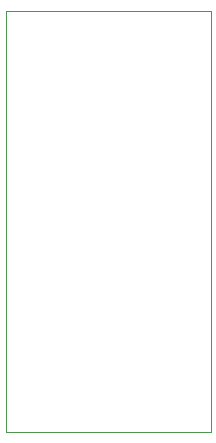
<source format=gbr>
%TF.GenerationSoftware,KiCad,Pcbnew,7.0.6*%
%TF.CreationDate,2023-09-04T21:12:20+01:00*%
%TF.ProjectId,TRSG3Mod,54525347-334d-46f6-942e-6b696361645f,rev?*%
%TF.SameCoordinates,Original*%
%TF.FileFunction,Profile,NP*%
%FSLAX46Y46*%
G04 Gerber Fmt 4.6, Leading zero omitted, Abs format (unit mm)*
G04 Created by KiCad (PCBNEW 7.0.6) date 2023-09-04 21:12:20*
%MOMM*%
%LPD*%
G01*
G04 APERTURE LIST*
%TA.AperFunction,Profile*%
%ADD10C,0.100000*%
%TD*%
G04 APERTURE END LIST*
D10*
X106912500Y-50375000D02*
X124275000Y-50375000D01*
X124275000Y-86025000D01*
X106912500Y-86025000D01*
X106912500Y-50375000D01*
M02*

</source>
